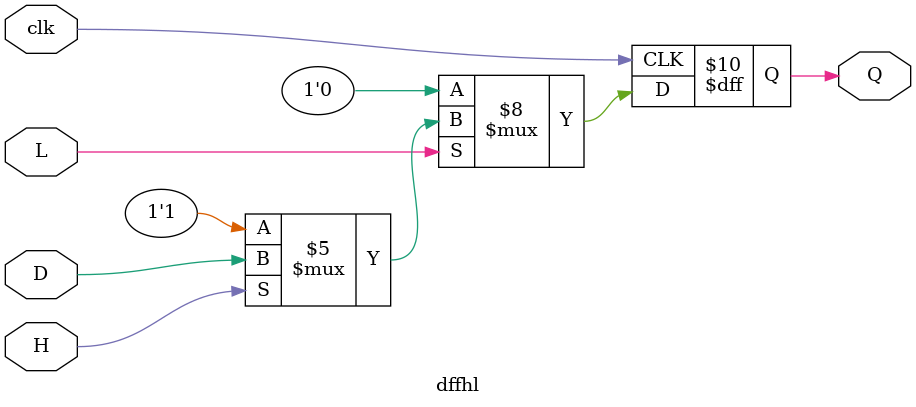
<source format=v>
module dffhl(D,clk,H,L,Q);
input D;      
input clk;   
input H;      
input L;      
output reg Q;     

always @(posedge clk) 

begin
	if (L == 1'b0) begin // sync. reset active low
            Q <= 1'b0;
	end 
	else if (H == 1'b0) begin // sync. set active low
            Q <= 1'b1;
	end
	else begin
            Q <= D; 
        end
end 

endmodule 

</source>
